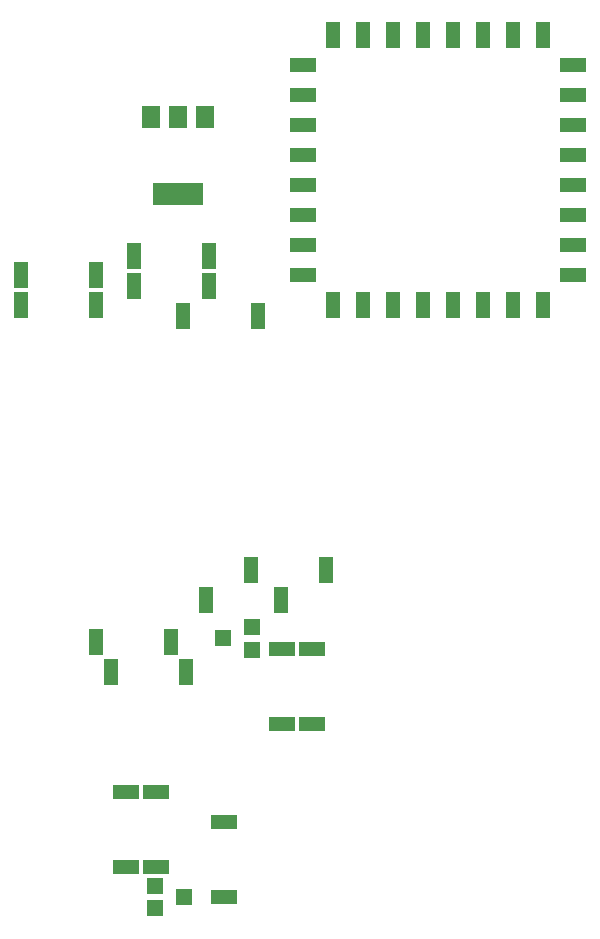
<source format=gbr>
%FSLAX34Y34*%
%MOMM*%
%LNSMDMASK_TOP*%
G71*
G01*
%ADD10R, 1.60X1.90*%
%ADD11R, 4.20X1.90*%
%ADD12R, 1.20X2.20*%
%ADD13R, 1.20X1.00*%
%ADD14R, 1.40X1.40*%
%ADD15R, 2.20X1.20*%
%LPD*%
X254000Y762000D02*
G54D10*
D03*
X231000Y762000D02*
G54D10*
D03*
X208000Y762000D02*
G54D10*
D03*
X231000Y697000D02*
G54D11*
D03*
X225425Y317500D02*
G54D12*
D03*
X161925Y317500D02*
G54D12*
D03*
X238125Y292100D02*
G54D12*
D03*
X174625Y292100D02*
G54D12*
D03*
X257175Y644525D02*
G54D12*
D03*
X193675Y644525D02*
G54D12*
D03*
X257175Y619125D02*
G54D12*
D03*
X193675Y619125D02*
G54D12*
D03*
X161925Y603250D02*
G54D12*
D03*
X98425Y603250D02*
G54D12*
D03*
X161925Y628650D02*
G54D12*
D03*
X98425Y628650D02*
G54D12*
D03*
X269286Y320950D02*
G54D13*
D03*
X293495Y311425D02*
G54D13*
D03*
X293495Y330475D02*
G54D13*
D03*
X293495Y311425D02*
G54D14*
D03*
X293495Y330475D02*
G54D14*
D03*
X269286Y320950D02*
G54D14*
D03*
X298450Y593725D02*
G54D12*
D03*
X234950Y593725D02*
G54D12*
D03*
X235814Y101914D02*
G54D13*
D03*
X211604Y111439D02*
G54D13*
D03*
X211604Y92389D02*
G54D13*
D03*
X211604Y111439D02*
G54D14*
D03*
X211604Y92389D02*
G54D14*
D03*
X235814Y101914D02*
G54D14*
D03*
X361950Y831850D02*
G54D12*
D03*
X387350Y831850D02*
G54D12*
D03*
X412750Y831850D02*
G54D12*
D03*
X438150Y831850D02*
G54D12*
D03*
X463550Y831850D02*
G54D12*
D03*
X488950Y831850D02*
G54D12*
D03*
X514350Y831850D02*
G54D12*
D03*
X539750Y831850D02*
G54D12*
D03*
X361950Y603250D02*
G54D12*
D03*
X387350Y603250D02*
G54D12*
D03*
X412750Y603250D02*
G54D12*
D03*
X438150Y603250D02*
G54D12*
D03*
X463550Y603250D02*
G54D12*
D03*
X488950Y603250D02*
G54D12*
D03*
X514350Y603250D02*
G54D12*
D03*
X539750Y603250D02*
G54D12*
D03*
X336550Y628650D02*
G54D15*
D03*
X336550Y654050D02*
G54D15*
D03*
X336550Y679450D02*
G54D15*
D03*
X336550Y704850D02*
G54D15*
D03*
X336550Y730250D02*
G54D15*
D03*
X336550Y755650D02*
G54D15*
D03*
X336550Y781050D02*
G54D15*
D03*
X336550Y806450D02*
G54D15*
D03*
X565150Y806450D02*
G54D15*
D03*
X565150Y781050D02*
G54D15*
D03*
X565150Y755650D02*
G54D15*
D03*
X565150Y730250D02*
G54D15*
D03*
X565150Y704850D02*
G54D15*
D03*
X565150Y679450D02*
G54D15*
D03*
X565150Y654050D02*
G54D15*
D03*
X565150Y628650D02*
G54D15*
D03*
X344534Y248144D02*
G54D15*
D03*
X344534Y311644D02*
G54D15*
D03*
X319134Y248144D02*
G54D15*
D03*
X319134Y311644D02*
G54D15*
D03*
X254404Y353887D02*
G54D12*
D03*
X317904Y353887D02*
G54D12*
D03*
X292504Y379287D02*
G54D12*
D03*
X356004Y379287D02*
G54D12*
D03*
X269875Y101600D02*
G54D15*
D03*
X269875Y165100D02*
G54D15*
D03*
X212725Y127000D02*
G54D15*
D03*
X212725Y190500D02*
G54D15*
D03*
X187325Y127000D02*
G54D15*
D03*
X187325Y190500D02*
G54D15*
D03*
M02*

</source>
